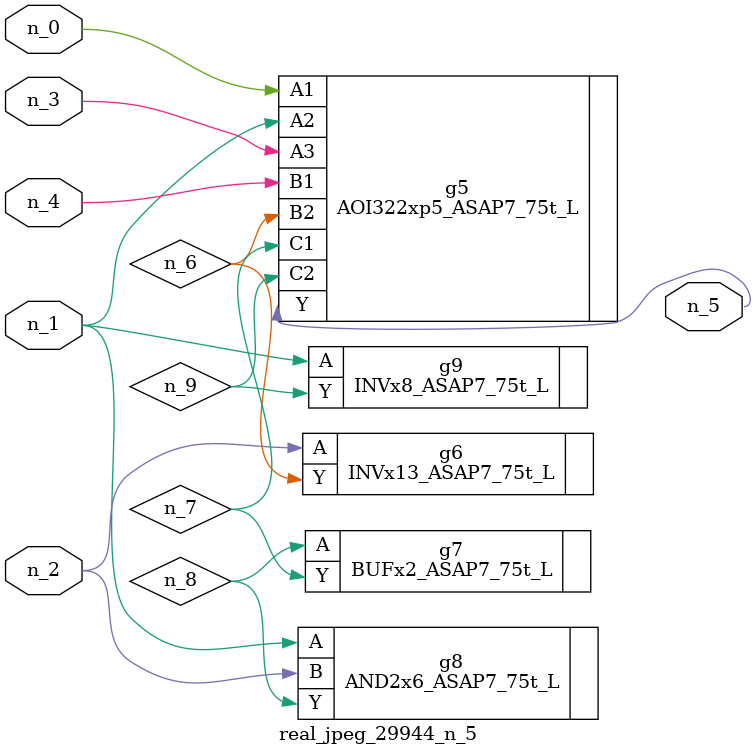
<source format=v>
module real_jpeg_29944_n_5 (n_4, n_0, n_1, n_2, n_3, n_5);

input n_4;
input n_0;
input n_1;
input n_2;
input n_3;

output n_5;

wire n_8;
wire n_6;
wire n_7;
wire n_9;

AOI322xp5_ASAP7_75t_L g5 ( 
.A1(n_0),
.A2(n_1),
.A3(n_3),
.B1(n_4),
.B2(n_6),
.C1(n_7),
.C2(n_9),
.Y(n_5)
);

AND2x6_ASAP7_75t_L g8 ( 
.A(n_1),
.B(n_2),
.Y(n_8)
);

INVx8_ASAP7_75t_L g9 ( 
.A(n_1),
.Y(n_9)
);

INVx13_ASAP7_75t_L g6 ( 
.A(n_2),
.Y(n_6)
);

BUFx2_ASAP7_75t_L g7 ( 
.A(n_8),
.Y(n_7)
);


endmodule
</source>
